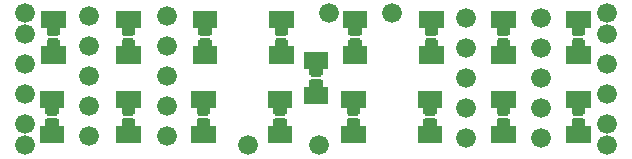
<source format=gbr>
G04 start of page 6 for group -4062 idx -4062 *
G04 Title: (unknown), soldermask *
G04 Creator: pcb 20100929 *
G04 CreationDate: Fri Apr 25 13:48:38 2014 UTC *
G04 For: xpi *
G04 Format: Gerber/RS-274X *
G04 PCB-Dimensions: 200000 50000 *
G04 PCB-Coordinate-Origin: lower left *
%MOIN*%
%FSLAX25Y25*%
%LNBACKMASK*%
%ADD26C,0.0660*%
%ADD28R,0.0257X0.0257*%
%ADD29R,0.0355X0.0355*%
%ADD30R,0.0572X0.0572*%
%ADD31R,0.0622X0.0622*%
G54D26*X197000Y30000D03*
X175000Y45500D03*
X197000Y40000D03*
Y20000D03*
Y10000D03*
X175000Y25500D03*
Y35500D03*
X197000Y47000D03*
Y3000D03*
X3000Y40000D03*
Y47000D03*
Y20000D03*
Y10000D03*
Y30000D03*
Y3000D03*
X50500Y26000D03*
Y36000D03*
Y46000D03*
X24500D03*
Y6000D03*
Y16000D03*
Y26000D03*
Y36000D03*
X50500Y6000D03*
X150000Y5500D03*
X175000D03*
X77500Y3000D03*
X101000D03*
X50500Y16000D03*
X150000Y25500D03*
Y35500D03*
Y45500D03*
Y15500D03*
X175000D03*
X125500Y47000D03*
X104500D03*
G54D28*X87607Y14074D02*X88393D01*
X87607Y10926D02*X88393D01*
G54D29*X87508Y9941D02*X88492D01*
X87508Y15059D02*X88492D01*
G54D28*X37107Y37426D02*X37893D01*
X37107Y40574D02*X37893D01*
G54D29*X37008Y41559D02*X37992D01*
G54D30*X36319Y44905D02*X38681D01*
G54D29*X37008Y36441D02*X37992D01*
G54D30*X36319Y33095D02*X38681D01*
G54D28*X62607Y37426D02*X63393D01*
X62607Y40574D02*X63393D01*
G54D29*X62508Y36441D02*X63492D01*
X62508Y41559D02*X63492D01*
G54D30*X61819Y33095D02*X64181D01*
X61819Y44905D02*X64181D01*
G54D28*X12107Y37426D02*X12893D01*
G54D29*X12008Y36441D02*X12992D01*
G54D30*X11319Y33095D02*X13681D01*
G54D28*X12107Y40574D02*X12893D01*
G54D29*X12008Y41559D02*X12992D01*
G54D30*X11319Y44905D02*X13681D01*
X10819Y18405D02*X13181D01*
X36319D02*X38681D01*
X61319D02*X63681D01*
X86819D02*X89181D01*
G54D28*X11607Y10926D02*X12393D01*
X11607Y14074D02*X12393D01*
G54D29*X11508Y9941D02*X12492D01*
X11508Y15059D02*X12492D01*
G54D30*X10819Y6595D02*X13181D01*
G54D28*X37107Y10926D02*X37893D01*
X37107Y14074D02*X37893D01*
G54D29*X37008Y15059D02*X37992D01*
X37008Y9941D02*X37992D01*
G54D30*X36319Y6595D02*X38681D01*
G54D28*X62107Y10926D02*X62893D01*
X62107Y14074D02*X62893D01*
G54D29*X62008Y9941D02*X62992D01*
X62008Y15059D02*X62992D01*
G54D30*X61319Y6595D02*X63681D01*
X86819D02*X89181D01*
G54D28*X187107Y10926D02*X187893D01*
X187107Y14074D02*X187893D01*
G54D29*X187008Y15059D02*X187992D01*
G54D30*X186319Y18405D02*X188681D01*
G54D29*X187008Y9941D02*X187992D01*
G54D30*X186319Y6595D02*X188681D01*
G54D28*X187107Y37426D02*X187893D01*
X187107Y40574D02*X187893D01*
G54D29*X187008Y41559D02*X187992D01*
G54D30*X186319Y44905D02*X188681D01*
G54D29*X187008Y36441D02*X187992D01*
G54D31*X186319Y33095D02*X188681D01*
G54D28*X88107Y37426D02*X88893D01*
X88107Y40574D02*X88893D01*
G54D29*X88008Y36441D02*X88992D01*
X88008Y41559D02*X88992D01*
G54D30*X87319Y44905D02*X89681D01*
X87319Y33095D02*X89681D01*
G54D28*X112107Y10926D02*X112893D01*
G54D29*X112008Y9941D02*X112992D01*
G54D28*X112107Y14074D02*X112893D01*
G54D29*X112008Y15059D02*X112992D01*
G54D30*X111319Y6595D02*X113681D01*
X111319Y18405D02*X113681D01*
X111819Y33095D02*X114181D01*
G54D28*X112607Y37426D02*X113393D01*
G54D29*X112508Y36441D02*X113492D01*
G54D28*X112607Y40574D02*X113393D01*
G54D29*X112508Y41559D02*X113492D01*
G54D30*X111819Y44905D02*X114181D01*
G54D28*X137607Y10926D02*X138393D01*
X137607Y14074D02*X138393D01*
G54D29*X137508Y9941D02*X138492D01*
X137508Y15059D02*X138492D01*
G54D30*X136819Y6595D02*X139181D01*
X136819Y18405D02*X139181D01*
G54D28*X162107Y10926D02*X162893D01*
G54D29*X162008Y9941D02*X162992D01*
G54D30*X161319Y6595D02*X163681D01*
G54D28*X162107Y14074D02*X162893D01*
G54D29*X162008Y15059D02*X162992D01*
G54D30*X161319Y18405D02*X163681D01*
G54D28*X138107Y37426D02*X138893D01*
X138107Y40574D02*X138893D01*
G54D29*X138008Y41559D02*X138992D01*
G54D30*X137319Y44905D02*X139681D01*
G54D29*X138008Y36441D02*X138992D01*
G54D30*X137319Y33095D02*X139681D01*
G54D28*X162107Y37426D02*X162893D01*
X162107Y40574D02*X162893D01*
G54D29*X162008Y36441D02*X162992D01*
X162008Y41559D02*X162992D01*
G54D30*X161319Y33095D02*X163681D01*
X161319Y44905D02*X163681D01*
G54D28*X99607Y23926D02*X100393D01*
X99607Y27074D02*X100393D01*
G54D29*X99508Y22941D02*X100492D01*
X99508Y28059D02*X100492D01*
G54D30*X98819Y19595D02*X101181D01*
X98819Y31405D02*X101181D01*
M02*

</source>
